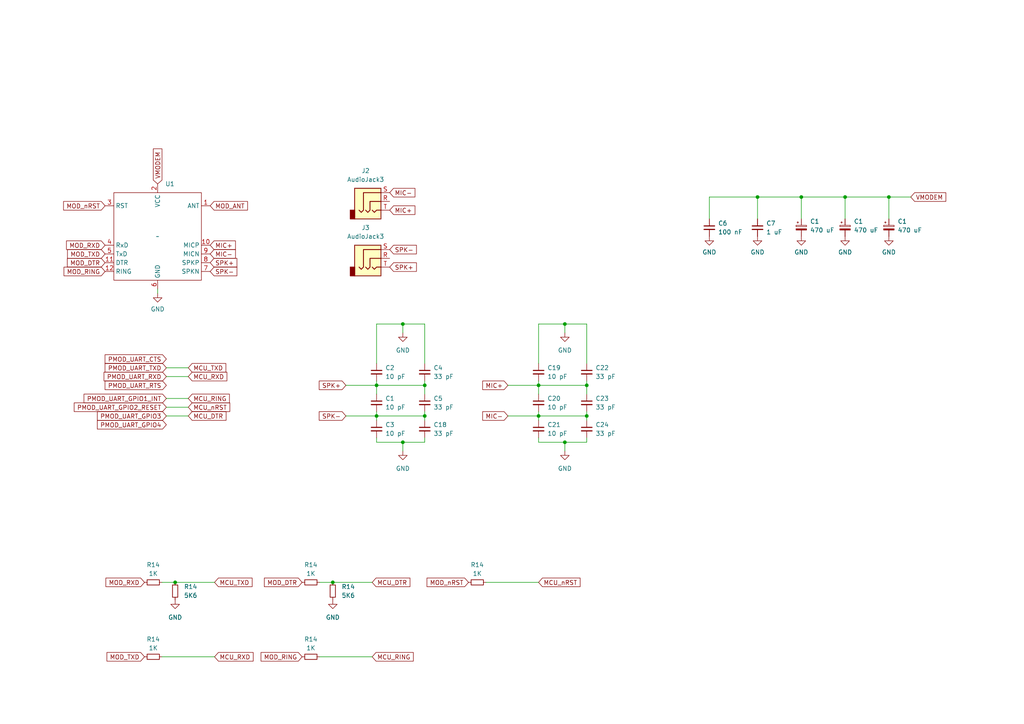
<source format=kicad_sch>
(kicad_sch (version 20230121) (generator eeschema)
  (paper "A4")
  (lib_symbols
    (symbol "AvS_Modules:SIM800L_Breakout"
      (property "Reference" "U" (at 0 0 0))
      (symbol "SIM800L_Breakout_0_1"
        (rectangle (start -12.7 12.7) (end 12.7 -12.7))
      )
      (symbol "SIM800L_Breakout_1_1"
        (pin input line (at 15.24 8.89 180) (length 2.54) (name "ANT") (number "1"))
        (pin input line (at 15.24 -2.54 180) (length 2.54) (name "MICP") (number "10"))
        (pin input line (at -15.24 -7.62 0) (length 2.54) (name "DTR") (number "11"))
        (pin output line (at -15.24 -10.16 0) (length 2.54) (name "RING") (number "12"))
        (pin power_in line (at 0 15.24 270) (length 2.54) (name "VCC") (number "2"))
        (pin input line (at -15.24 8.89 0) (length 2.54) (name "RST") (number "3"))
        (pin input line (at -15.24 -2.54 0) (length 2.54) (name "RxD") (number "4"))
        (pin output line (at -15.24 -5.08 0) (length 2.54) (name "TxD") (number "5"))
        (pin power_in line (at 0 -15.24 90) (length 2.54) (name "GND") (number "6"))
        (pin output line (at 15.24 -10.16 180) (length 2.54) (name "SPKN") (number "7"))
        (pin output line (at 15.24 -7.62 180) (length 2.54) (name "SPKP") (number "8"))
        (pin input line (at 15.24 -5.08 180) (length 2.54) (name "MICN") (number "9"))
      )
    )
    (symbol "Connector_Audio:AudioJack3"
      (property "Reference" "J" (at 0 8.89 0))
      (property "Value" "AudioJack3" (at 0 6.35 0))
      (symbol "AudioJack3_0_1"
        (rectangle (start -5.08 -5.08) (end -6.35 -2.54) (stroke (width 0.254)) (fill (type outline)))
        (polyline (pts (xy 0 -2.54) (xy 0.635 -3.175) (xy 1.27 -2.54) (xy 2.54 -2.54)) (stroke (width 0.254)))
        (polyline (pts (xy -1.905 -2.54) (xy -1.27 -3.175) (xy -0.635 -2.54) (xy -0.635 0) (xy 2.54 0)) (stroke (width 0.254)))
        (polyline (pts (xy 2.54 2.54) (xy -2.54 2.54) (xy -2.54 -2.54) (xy -3.175 -3.175) (xy -3.81 -2.54)) (stroke (width 0.254)))
        (rectangle (start 2.54 3.81) (end -5.08 -5.08) (stroke (width 0.254)) (fill (type background)))
      )
      (symbol "AudioJack3_1_1"
        (pin passive line (at 5.08 0 180) (length 2.54) (name "~") (number "R"))
        (pin passive line (at 5.08 2.54 180) (length 2.54) (name "~") (number "S"))
        (pin passive line (at 5.08 -2.54 180) (length 2.54) (name "~") (number "T"))
      )
    )
    (symbol "Device:C_Polarized_Small" (pin_numbers hide) (pin_names (offset 0.254) hide)
      (property "Reference" "C" (at 0.254 1.778 0))
      (property "Value" "C_Polarized_Small" (at 0.254 -2.032 0))
      (symbol "C_Polarized_Small_0_1"
        (rectangle (start -1.524 -0.3048) (end 1.524 -0.6858) (fill (type outline)))
        (rectangle (start -1.524 0.6858) (end 1.524 0.3048))
        (polyline (pts (xy -1.27 1.524) (xy -0.762 1.524)))
        (polyline (pts (xy -1.016 1.27) (xy -1.016 1.778)))
      )
      (symbol "C_Polarized_Small_1_1"
        (pin passive line (at 0 2.54 270) (length 1.8542) (name "~") (number "1"))
        (pin passive line (at 0 -2.54 90) (length 1.8542) (name "~") (number "2"))
      )
    )
    (symbol "Device:C_Small" (pin_numbers hide) (pin_names (offset 0.254) hide)
      (property "Reference" "C" (at 0.254 1.778 0))
      (property "Value" "C_Small" (at 0.254 -2.032 0))
      (symbol "C_Small_0_1"
        (polyline (pts (xy -1.524 -0.508) (xy 1.524 -0.508)) (stroke (width 0.3302)))
        (polyline (pts (xy -1.524 0.508) (xy 1.524 0.508)) (stroke (width 0.3048)))
      )
      (symbol "C_Small_1_1"
        (pin passive line (at 0 2.54 270) (length 2.032) (name "~") (number "1"))
        (pin passive line (at 0 -2.54 90) (length 2.032) (name "~") (number "2"))
      )
    )
    (symbol "Device:R_Small" (pin_numbers hide) (pin_names (offset 0.254) hide)
      (property "Reference" "R" (at 0.762 0.508 0))
      (property "Value" "R_Small" (at 0.762 -1.016 0))
      (symbol "R_Small_0_1"
        (rectangle (start -0.762 1.778) (end 0.762 -1.778) (stroke (width 0.2032)))
      )
      (symbol "R_Small_1_1"
        (pin passive line (at 0 2.54 270) (length 0.762) (name "~") (number "1"))
        (pin passive line (at 0 -2.54 90) (length 0.762) (name "~") (number "2"))
      )
    )
    (symbol "power:GND" (power) (pin_names (offset 0))
      (property "Value" "GND" (at 0 -3.81 0))
      (symbol "GND_0_1"
        (polyline (pts (xy 0 0) (xy 0 -1.27) (xy 1.27 -1.27) (xy 0 -2.54) (xy -1.27 -1.27) (xy 0 -1.27)))
      )
      (symbol "GND_1_1"
        (pin power_in line (at 0 0 270) (length 0) hide (name "GND") (number "1"))
      )
    )
  )
  (junction (at 245.11 57.15))
  (junction (at 163.83 128.27))
  (junction (at 219.71 57.15))
  (junction (at 50.8 168.91))
  (junction (at 109.22 120.65))
  (junction (at 116.84 128.27))
  (junction (at 156.21 111.76))
  (junction (at 96.52 168.91))
  (junction (at 257.81 57.15))
  (junction (at 109.22 111.76))
  (junction (at 170.18 120.65))
  (junction (at 123.19 120.65))
  (junction (at 156.21 120.65))
  (junction (at 170.18 111.76))
  (junction (at 163.83 93.98))
  (junction (at 232.41 57.15))
  (junction (at 116.84 93.98))
  (junction (at 123.19 111.76))
  (wire (pts (xy 109.22 110.49) (xy 109.22 111.76)))
  (wire (pts (xy 170.18 111.76) (xy 170.18 114.3)))
  (wire (pts (xy 156.21 119.38) (xy 156.21 120.65)))
  (wire (pts (xy 156.21 110.49) (xy 156.21 111.76)))
  (wire (pts (xy 109.22 128.27) (xy 116.84 128.27)))
  (wire (pts (xy 245.11 57.15) (xy 245.11 63.5)))
  (wire (pts (xy 46.99 190.5) (xy 62.23 190.5)))
  (wire (pts (xy 50.8 168.91) (xy 62.23 168.91)))
  (wire (pts (xy 170.18 110.49) (xy 170.18 111.76)))
  (wire (pts (xy 123.19 93.98) (xy 116.84 93.98)))
  (wire (pts (xy 257.81 57.15) (xy 257.81 63.5)))
  (wire (pts (xy 123.19 111.76) (xy 123.19 114.3)))
  (wire (pts (xy 156.21 120.65) (xy 170.18 120.65)))
  (wire (pts (xy 245.11 57.15) (xy 257.81 57.15)))
  (wire (pts (xy 156.21 111.76) (xy 156.21 114.3)))
  (wire (pts (xy 170.18 105.41) (xy 170.18 93.98)))
  (wire (pts (xy 205.74 57.15) (xy 205.74 63.5)))
  (wire (pts (xy 163.83 93.98) (xy 156.21 93.98)))
  (wire (pts (xy 232.41 57.15) (xy 232.41 63.5)))
  (wire (pts (xy 92.71 190.5) (xy 107.95 190.5)))
  (wire (pts (xy 109.22 93.98) (xy 109.22 105.41)))
  (wire (pts (xy 170.18 128.27) (xy 170.18 127)))
  (wire (pts (xy 48.26 120.65) (xy 54.61 120.65)))
  (wire (pts (xy 48.26 115.57) (xy 54.61 115.57)))
  (wire (pts (xy 156.21 111.76) (xy 170.18 111.76)))
  (wire (pts (xy 123.19 119.38) (xy 123.19 120.65)))
  (wire (pts (xy 123.19 105.41) (xy 123.19 93.98)))
  (wire (pts (xy 123.19 128.27) (xy 123.19 127)))
  (wire (pts (xy 163.83 128.27) (xy 170.18 128.27)))
  (wire (pts (xy 48.26 109.22) (xy 54.61 109.22)))
  (wire (pts (xy 109.22 111.76) (xy 109.22 114.3)))
  (wire (pts (xy 170.18 120.65) (xy 170.18 121.92)))
  (wire (pts (xy 116.84 128.27) (xy 116.84 130.81)))
  (wire (pts (xy 147.32 120.65) (xy 156.21 120.65)))
  (wire (pts (xy 46.99 168.91) (xy 50.8 168.91)))
  (wire (pts (xy 123.19 120.65) (xy 123.19 121.92)))
  (wire (pts (xy 205.74 57.15) (xy 219.71 57.15)))
  (wire (pts (xy 109.22 120.65) (xy 109.22 121.92)))
  (wire (pts (xy 140.97 168.91) (xy 156.21 168.91)))
  (wire (pts (xy 116.84 93.98) (xy 116.84 96.52)))
  (wire (pts (xy 100.33 120.65) (xy 109.22 120.65)))
  (wire (pts (xy 170.18 93.98) (xy 163.83 93.98)))
  (wire (pts (xy 156.21 127) (xy 156.21 128.27)))
  (wire (pts (xy 109.22 127) (xy 109.22 128.27)))
  (wire (pts (xy 116.84 93.98) (xy 109.22 93.98)))
  (wire (pts (xy 219.71 57.15) (xy 219.71 63.5)))
  (wire (pts (xy 109.22 120.65) (xy 123.19 120.65)))
  (wire (pts (xy 109.22 111.76) (xy 123.19 111.76)))
  (wire (pts (xy 257.81 57.15) (xy 264.16 57.15)))
  (wire (pts (xy 156.21 128.27) (xy 163.83 128.27)))
  (wire (pts (xy 109.22 119.38) (xy 109.22 120.65)))
  (wire (pts (xy 96.52 168.91) (xy 107.95 168.91)))
  (wire (pts (xy 48.26 118.11) (xy 54.61 118.11)))
  (wire (pts (xy 163.83 93.98) (xy 163.83 96.52)))
  (wire (pts (xy 163.83 128.27) (xy 163.83 130.81)))
  (wire (pts (xy 156.21 93.98) (xy 156.21 105.41)))
  (wire (pts (xy 232.41 57.15) (xy 245.11 57.15)))
  (wire (pts (xy 170.18 119.38) (xy 170.18 120.65)))
  (wire (pts (xy 48.26 106.68) (xy 54.61 106.68)))
  (wire (pts (xy 147.32 111.76) (xy 156.21 111.76)))
  (wire (pts (xy 45.72 83.82) (xy 45.72 85.09)))
  (wire (pts (xy 100.33 111.76) (xy 109.22 111.76)))
  (wire (pts (xy 123.19 110.49) (xy 123.19 111.76)))
  (wire (pts (xy 116.84 128.27) (xy 123.19 128.27)))
  (wire (pts (xy 92.71 168.91) (xy 96.52 168.91)))
  (wire (pts (xy 156.21 120.65) (xy 156.21 121.92)))
  (wire (pts (xy 219.71 57.15) (xy 232.41 57.15)))
  (global_label "PMOD_UART_GPIO2_RESET" (shape input) (at 48.26 118.11 180) (property "Intersheetrefs" "${INTERSHEET_REFS}" (effects hide)) (property "Intersheet-verwijzingen" "${INTERSHEET_REFS}" (effects hide)))
  (global_label "SPK+" (shape input) (at 100.33 111.76 180) (property "Intersheetrefs" "${INTERSHEET_REFS}" (effects hide)))
  (global_label "MIC+" (shape input) (at 113.03 60.96 0) (property "Intersheetrefs" "${INTERSHEET_REFS}" (effects hide)))
  (global_label "MIC-" (shape input) (at 147.32 120.65 180) (property "Intersheetrefs" "${INTERSHEET_REFS}" (effects hide)))
  (global_label "PMOD_UART_CTS" (shape input) (at 48.26 104.14 180) (property "Intersheetrefs" "${INTERSHEET_REFS}" (effects hide)) (property "Intersheet-verwijzingen" "${INTERSHEET_REFS}" (effects hide)))
  (global_label "MCU_RXD" (shape input) (at 54.61 109.22 0) (property "Intersheetrefs" "${INTERSHEET_REFS}" (effects hide)))
  (global_label "MIC+" (shape input) (at 147.32 111.76 180) (property "Intersheetrefs" "${INTERSHEET_REFS}" (effects hide)))
  (global_label "MOD_DTR" (shape input) (at 87.63 168.91 180) (property "Intersheetrefs" "${INTERSHEET_REFS}" (effects hide)))
  (global_label "MOD_TXD" (shape input) (at 30.48 73.66 180) (property "Intersheetrefs" "${INTERSHEET_REFS}" (effects hide)))
  (global_label "MIC-" (shape input) (at 60.96 73.66 0) (property "Intersheetrefs" "${INTERSHEET_REFS}" (effects hide)))
  (global_label "MCU_nRST" (shape input) (at 156.21 168.91 0) (property "Intersheetrefs" "${INTERSHEET_REFS}" (effects hide)))
  (global_label "SPK-" (shape input) (at 100.33 120.65 180) (property "Intersheetrefs" "${INTERSHEET_REFS}" (effects hide)))
  (global_label "MOD_TXD" (shape input) (at 41.91 190.5 180) (property "Intersheetrefs" "${INTERSHEET_REFS}" (effects hide)))
  (global_label "MOD_RING" (shape input) (at 30.48 78.74 180) (property "Intersheetrefs" "${INTERSHEET_REFS}" (effects hide)))
  (global_label "SPK+" (shape input) (at 60.96 76.2 0) (property "Intersheetrefs" "${INTERSHEET_REFS}" (effects hide)))
  (global_label "VMODEM" (shape input) (at 264.16 57.15 0) (property "Intersheetrefs" "${INTERSHEET_REFS}" (effects hide)))
  (global_label "MOD_nRST" (shape input) (at 30.48 59.69 180) (property "Intersheetrefs" "${INTERSHEET_REFS}" (effects hide)))
  (global_label "PMOD_UART_RXD" (shape input) (at 48.26 109.22 180) (property "Intersheetrefs" "${INTERSHEET_REFS}" (effects hide)) (property "Intersheet-verwijzingen" "${INTERSHEET_REFS}" (effects hide)))
  (global_label "SPK+" (shape input) (at 113.03 77.47 0) (property "Intersheetrefs" "${INTERSHEET_REFS}" (effects hide)))
  (global_label "MCU_TXD" (shape input) (at 62.23 168.91 0) (property "Intersheetrefs" "${INTERSHEET_REFS}" (effects hide)))
  (global_label "MCU_RXD" (shape input) (at 62.23 190.5 0) (property "Intersheetrefs" "${INTERSHEET_REFS}" (effects hide)))
  (global_label "PMOD_UART_GPIO1_INT" (shape input) (at 48.26 115.57 180) (property "Intersheetrefs" "${INTERSHEET_REFS}" (effects hide)) (property "Intersheet-verwijzingen" "${INTERSHEET_REFS}" (effects hide)))
  (global_label "MIC-" (shape input) (at 113.03 55.88 0) (property "Intersheetrefs" "${INTERSHEET_REFS}" (effects hide)))
  (global_label "VMODEM" (shape input) (at 45.72 53.34 90) (property "Intersheetrefs" "${INTERSHEET_REFS}" (effects hide)))
  (global_label "MCU_DTR" (shape input) (at 54.61 120.65 0) (property "Intersheetrefs" "${INTERSHEET_REFS}" (effects hide)))
  (global_label "MCU_RING" (shape input) (at 54.61 115.57 0) (property "Intersheetrefs" "${INTERSHEET_REFS}" (effects hide)))
  (global_label "MOD_DTR" (shape input) (at 30.48 76.2 180) (property "Intersheetrefs" "${INTERSHEET_REFS}" (effects hide)))
  (global_label "MOD_RING" (shape input) (at 87.63 190.5 180) (property "Intersheetrefs" "${INTERSHEET_REFS}" (effects hide)))
  (global_label "MCU_RING" (shape input) (at 107.95 190.5 0) (property "Intersheetrefs" "${INTERSHEET_REFS}" (effects hide)))
  (global_label "PMOD_UART_TXD" (shape input) (at 48.26 106.68 180) (property "Intersheetrefs" "${INTERSHEET_REFS}" (effects hide)) (property "Intersheet-verwijzingen" "${INTERSHEET_REFS}" (effects hide)))
  (global_label "MCU_TXD" (shape input) (at 54.61 106.68 0) (property "Intersheetrefs" "${INTERSHEET_REFS}" (effects hide)))
  (global_label "MOD_RXD" (shape input) (at 30.48 71.12 180) (property "Intersheetrefs" "${INTERSHEET_REFS}" (effects hide)))
  (global_label "PMOD_UART_RTS" (shape input) (at 48.26 111.76 180) (property "Intersheetrefs" "${INTERSHEET_REFS}" (effects hide)) (property "Intersheet-verwijzingen" "${INTERSHEET_REFS}" (effects hide)))
  (global_label "MOD_ANT" (shape input) (at 60.96 59.69 0) (property "Intersheetrefs" "${INTERSHEET_REFS}" (effects hide)))
  (global_label "MCU_DTR" (shape input) (at 107.95 168.91 0) (property "Intersheetrefs" "${INTERSHEET_REFS}" (effects hide)))
  (global_label "SPK-" (shape input) (at 113.03 72.39 0) (property "Intersheetrefs" "${INTERSHEET_REFS}" (effects hide)))
  (global_label "MOD_nRST" (shape input) (at 135.89 168.91 180) (property "Intersheetrefs" "${INTERSHEET_REFS}" (effects hide)))
  (global_label "PMOD_UART_GPIO4" (shape input) (at 48.26 123.19 180) (property "Intersheetrefs" "${INTERSHEET_REFS}" (effects hide)) (property "Intersheet-verwijzingen" "${INTERSHEET_REFS}" (effects hide)))
  (global_label "PMOD_UART_GPIO3" (shape input) (at 48.26 120.65 180) (property "Intersheetrefs" "${INTERSHEET_REFS}" (effects hide)) (property "Intersheet-verwijzingen" "${INTERSHEET_REFS}" (effects hide)))
  (global_label "MCU_nRST" (shape input) (at 54.61 118.11 0) (property "Intersheetrefs" "${INTERSHEET_REFS}" (effects hide)))
  (global_label "MIC+" (shape input) (at 60.96 71.12 0) (property "Intersheetrefs" "${INTERSHEET_REFS}" (effects hide)))
  (global_label "SPK-" (shape input) (at 60.96 78.74 0) (property "Intersheetrefs" "${INTERSHEET_REFS}" (effects hide)))
  (global_label "MOD_RXD" (shape input) (at 41.91 168.91 180) (property "Intersheetrefs" "${INTERSHEET_REFS}" (effects hide)))
  (symbol (lib_id "Device:R_Small") (at 96.52 171.45 180) (unit 1)
    (property "Reference" "R14" (at 99.06 170.18 0) (effects (justify right)))
    (property "Value" "5K6" (at 99.06 172.72 0) (effects (justify right)))
    (property "Footprint" "Resistor_SMD:R_0805_2012Metric" (effects hide))
    (instances (project "sim800x_break" (path "" (reference "R14") (unit 1)) (path "" (reference "R7") (unit 1))))
  )
  (symbol (lib_id "power:GND") (at 245.11 68.58 0) (unit 1)
    (property "Reference" "#PWR09" (effects hide))
    (property "Value" "GND" (at 245.11 73.152 0))
    (instances (project "sim800x_break" (path "" (reference "#PWR09") (unit 1)) (path "" (reference "#PWR018") (unit 1))))
  )
  (symbol (lib_id "Device:C_Small") (at 109.22 116.84 0) (unit 1)
    (property "Reference" "C1" (at 111.76 115.5763 0) (effects (justify left)))
    (property "Value" "10 pF" (at 111.76 118.1163 0) (effects (justify left)))
    (property "Footprint" "Capacitor_SMD:C_0805_2012Metric" (effects hide))
  )
  (symbol (lib_id "Device:C_Small") (at 109.22 124.46 0) (unit 1)
    (property "Reference" "C3" (at 111.76 123.1963 0) (effects (justify left)))
    (property "Value" "10 pF" (at 111.76 125.7363 0) (effects (justify left)))
    (property "Footprint" "Capacitor_SMD:C_0805_2012Metric" (effects hide))
  )
  (symbol (lib_id "Device:C_Polarized_Small") (at 245.11 66.04 0) (unit 1)
    (property "Reference" "C1" (at 247.65 64.2239 0) (effects (justify left)))
    (property "Value" "470 uF" (at 247.65 66.7639 0) (effects (justify left)))
    (property "Footprint" "Capacitor_Tantalum_SMD:CP_EIA-7343-43_Kemet-X" (effects hide))
    (instances (project "sim800x_break" (path "" (reference "C1") (unit 1)) (path "" (reference "C8") (unit 1))))
  )
  (symbol (lib_id "Device:R_Small") (at 90.17 190.5 90) (unit 1)
    (property "Reference" "R14" (at 90.17 185.42 90))
    (property "Value" "1K" (at 90.17 187.96 90))
    (property "Footprint" "Resistor_SMD:R_0805_2012Metric" (effects hide))
    (instances (project "sim800x_break" (path "" (reference "R14") (unit 1)) (path "" (reference "R4") (unit 1))))
  )
  (symbol (lib_id "Device:C_Small") (at 123.19 107.95 0) (unit 1)
    (property "Reference" "C4" (at 125.73 106.6863 0) (effects (justify left)))
    (property "Value" "33 pF" (at 125.73 109.2263 0) (effects (justify left)))
    (property "Footprint" "Capacitor_SMD:C_0805_2012Metric" (effects hide))
  )
  (symbol (lib_id "power:GND") (at 232.41 68.58 0) (unit 1)
    (property "Reference" "#PWR09" (effects hide))
    (property "Value" "GND" (at 232.41 73.152 0))
    (instances (project "sim800x_break" (path "" (reference "#PWR09") (unit 1)) (path "" (reference "#PWR025") (unit 1))))
  )
  (symbol (lib_id "Device:C_Small") (at 170.18 107.95 0) (unit 1)
    (property "Reference" "C22" (at 172.72 106.6863 0) (effects (justify left)))
    (property "Value" "33 pF" (at 172.72 109.2263 0) (effects (justify left)))
    (property "Footprint" "Capacitor_SMD:C_0805_2012Metric" (effects hide))
  )
  (symbol (lib_id "power:GND") (at 116.84 130.81 0) (unit 1)
    (property "Reference" "#PWR02" (effects hide))
    (property "Value" "GND" (at 116.84 135.89 0))
  )
  (symbol (lib_id "Device:C_Small") (at 156.21 107.95 0) (unit 1)
    (property "Reference" "C19" (at 158.75 106.6863 0) (effects (justify left)))
    (property "Value" "10 pF" (at 158.75 109.2263 0) (effects (justify left)))
    (property "Footprint" "Capacitor_SMD:C_0805_2012Metric" (effects hide))
  )
  (symbol (lib_id "power:GND") (at 50.8 173.99 0) (unit 1)
    (property "Reference" "#PWR03" (effects hide))
    (property "Value" "GND" (at 50.8 179.07 0))
  )
  (symbol (lib_id "Device:R_Small") (at 44.45 168.91 90) (unit 1)
    (property "Reference" "R14" (at 44.45 163.83 90))
    (property "Value" "1K" (at 44.45 166.37 90))
    (property "Footprint" "Resistor_SMD:R_0805_2012Metric" (effects hide))
    (instances (project "sim800x_break" (path "" (reference "R14") (unit 1)) (path "" (reference "R1") (unit 1))))
  )
  (symbol (lib_id "power:GND") (at 257.81 68.58 0) (unit 1)
    (property "Reference" "#PWR09" (effects hide))
    (property "Value" "GND" (at 257.81 73.152 0))
    (instances (project "sim800x_break" (path "" (reference "#PWR09") (unit 1)) (path "" (reference "#PWR020") (unit 1))))
  )
  (symbol (lib_id "Device:C_Small") (at 109.22 107.95 0) (unit 1)
    (property "Reference" "C2" (at 111.76 106.6863 0) (effects (justify left)))
    (property "Value" "10 pF" (at 111.76 109.2263 0) (effects (justify left)))
    (property "Footprint" "Capacitor_SMD:C_0805_2012Metric" (effects hide))
  )
  (symbol (lib_id "power:GND") (at 45.72 85.09 0) (unit 1)
    (property "Reference" "#PWR05" (effects hide))
    (property "Value" "GND" (at 45.72 89.662 0))
    (instances (project "sim800x_break" (path "" (reference "#PWR05") (unit 1)) (path "" (reference "#PWR01") (unit 1))))
  )
  (symbol (lib_id "power:GND") (at 163.83 96.52 0) (unit 1)
    (property "Reference" "#PWR06" (effects hide))
    (property "Value" "GND" (at 163.83 101.6 0))
  )
  (symbol (lib_id "power:GND") (at 163.83 130.81 0) (unit 1)
    (property "Reference" "#PWR07" (effects hide))
    (property "Value" "GND" (at 163.83 135.89 0))
  )
  (symbol (lib_id "Device:C_Small") (at 170.18 124.46 0) (unit 1)
    (property "Reference" "C24" (at 172.72 123.1963 0) (effects (justify left)))
    (property "Value" "33 pF" (at 172.72 125.7363 0) (effects (justify left)))
    (property "Footprint" "Capacitor_SMD:C_0805_2012Metric" (effects hide))
  )
  (symbol (lib_id "Device:R_Small") (at 44.45 190.5 90) (unit 1)
    (property "Reference" "R14" (at 44.45 185.42 90))
    (property "Value" "1K" (at 44.45 187.96 90))
    (property "Footprint" "Resistor_SMD:R_0805_2012Metric" (effects hide))
    (instances (project "sim800x_break" (path "" (reference "R14") (unit 1)) (path "" (reference "R2") (unit 1))))
  )
  (symbol (lib_id "power:GND") (at 96.52 173.99 0) (unit 1)
    (property "Reference" "#PWR05" (effects hide))
    (property "Value" "GND" (at 96.52 179.07 0))
  )
  (symbol (lib_id "Device:C_Small") (at 205.74 66.04 0) (unit 1)
    (property "Reference" "C6" (at 208.28 64.7763 0) (effects (justify left)))
    (property "Value" "100 nF" (at 208.28 67.3163 0) (effects (justify left)))
    (property "Footprint" "Capacitor_SMD:C_0805_2012Metric" (effects hide))
  )
  (symbol (lib_id "Connector_Audio:AudioJack3") (at 107.95 58.42 0) (unit 1)
    (property "Reference" "J2" (at 106.045 49.53 0))
    (property "Value" "AudioJack3" (at 106.045 52.07 0))
    (property "Footprint" "AvS_Connector:Jack_3.5mm_Stereo" (effects hide))
  )
  (symbol (lib_id "Device:R_Small") (at 138.43 168.91 90) (unit 1)
    (property "Reference" "R14" (at 138.43 163.83 90))
    (property "Value" "1K" (at 138.43 166.37 90))
    (property "Footprint" "Resistor_SMD:R_0805_2012Metric" (effects hide))
    (instances (project "sim800x_break" (path "" (reference "R14") (unit 1)) (path "" (reference "R5") (unit 1))))
  )
  (symbol (lib_id "power:GND") (at 205.74 68.58 0) (unit 1)
    (property "Reference" "#PWR09" (effects hide))
    (property "Value" "GND" (at 205.74 73.152 0))
    (instances (project "sim800x_break" (path "" (reference "#PWR09") (unit 1)) (path "" (reference "#PWR015") (unit 1))))
  )
  (symbol (lib_id "AvS_Modules:SIM800L_Breakout") (at 45.72 68.58 0) (unit 1)
    (property "Reference" "U1" (at 47.9141 53.34 0) (effects (justify left)))
    (property "Value" "~" (at 45.72 68.58 0))
    (property "Footprint" "AvS_Modules:SIM800L_Breakout" (effects hide))
  )
  (symbol (lib_id "Device:C_Small") (at 123.19 124.46 0) (unit 1)
    (property "Reference" "C18" (at 125.73 123.1963 0) (effects (justify left)))
    (property "Value" "33 pF" (at 125.73 125.7363 0) (effects (justify left)))
    (property "Footprint" "Capacitor_SMD:C_0805_2012Metric" (effects hide))
  )
  (symbol (lib_id "Connector_Audio:AudioJack3") (at 107.95 74.93 0) (unit 1)
    (property "Reference" "J3" (at 106.045 66.04 0))
    (property "Value" "AudioJack3" (at 106.045 68.58 0))
    (property "Footprint" "AvS_Connector:Jack_3.5mm_Stereo" (effects hide))
  )
  (symbol (lib_id "Device:C_Small") (at 156.21 124.46 0) (unit 1)
    (property "Reference" "C21" (at 158.75 123.1963 0) (effects (justify left)))
    (property "Value" "10 pF" (at 158.75 125.7363 0) (effects (justify left)))
    (property "Footprint" "Capacitor_SMD:C_0805_2012Metric" (effects hide))
  )
  (symbol (lib_id "Device:C_Small") (at 170.18 116.84 0) (unit 1)
    (property "Reference" "C23" (at 172.72 115.5763 0) (effects (justify left)))
    (property "Value" "33 pF" (at 172.72 118.1163 0) (effects (justify left)))
    (property "Footprint" "Capacitor_SMD:C_0805_2012Metric" (effects hide))
  )
  (symbol (lib_id "Device:C_Polarized_Small") (at 232.41 66.04 0) (unit 1)
    (property "Reference" "C1" (at 234.95 64.2239 0) (effects (justify left)))
    (property "Value" "470 uF" (at 234.95 66.7639 0) (effects (justify left)))
    (property "Footprint" "Capacitor_Tantalum_SMD:CP_EIA-7343-43_Kemet-X" (effects hide))
    (instances (project "sim800x_break" (path "" (reference "C1") (unit 1)) (path "" (reference "C15") (unit 1))))
  )
  (symbol (lib_id "power:GND") (at 116.84 96.52 0) (unit 1)
    (property "Reference" "#PWR04" (effects hide))
    (property "Value" "GND" (at 116.84 101.6 0))
  )
  (symbol (lib_id "power:GND") (at 219.71 68.58 0) (unit 1)
    (property "Reference" "#PWR09" (effects hide))
    (property "Value" "GND" (at 219.71 73.152 0))
    (instances (project "sim800x_break" (path "" (reference "#PWR09") (unit 1)) (path "" (reference "#PWR017") (unit 1))))
  )
  (symbol (lib_id "Device:C_Small") (at 156.21 116.84 0) (unit 1)
    (property "Reference" "C20" (at 158.75 115.5763 0) (effects (justify left)))
    (property "Value" "10 pF" (at 158.75 118.1163 0) (effects (justify left)))
    (property "Footprint" "Capacitor_SMD:C_0805_2012Metric" (effects hide))
  )
  (symbol (lib_id "Device:C_Small") (at 219.71 66.04 0) (unit 1)
    (property "Reference" "C7" (at 222.25 64.7763 0) (effects (justify left)))
    (property "Value" "1 uF" (at 222.25 67.3163 0) (effects (justify left)))
    (property "Footprint" "Capacitor_SMD:C_0805_2012Metric" (effects hide))
  )
  (symbol (lib_id "Device:C_Small") (at 123.19 116.84 0) (unit 1)
    (property "Reference" "C5" (at 125.73 115.5763 0) (effects (justify left)))
    (property "Value" "33 pF" (at 125.73 118.1163 0) (effects (justify left)))
    (property "Footprint" "Capacitor_SMD:C_0805_2012Metric" (effects hide))
  )
  (symbol (lib_id "Device:R_Small") (at 50.8 171.45 180) (unit 1)
    (property "Reference" "R14" (at 53.34 170.18 0) (effects (justify right)))
    (property "Value" "5K6" (at 53.34 172.72 0) (effects (justify right)))
    (property "Footprint" "Resistor_SMD:R_0805_2012Metric" (effects hide))
    (instances (project "sim800x_break" (path "" (reference "R14") (unit 1)) (path "" (reference "R6") (unit 1))))
  )
  (symbol (lib_id "Device:R_Small") (at 90.17 168.91 90) (unit 1)
    (property "Reference" "R14" (at 90.17 163.83 90))
    (property "Value" "1K" (at 90.17 166.37 90))
    (property "Footprint" "Resistor_SMD:R_0805_2012Metric" (effects hide))
    (instances (project "sim800x_break" (path "" (reference "R14") (unit 1)) (path "" (reference "R3") (unit 1))))
  )
  (symbol (lib_id "Device:C_Polarized_Small") (at 257.81 66.04 0) (unit 1)
    (property "Reference" "C1" (at 260.35 64.2239 0) (effects (justify left)))
    (property "Value" "470 uF" (at 260.35 66.7639 0) (effects (justify left)))
    (property "Footprint" "Capacitor_Tantalum_SMD:CP_EIA-7343-43_Kemet-X" (effects hide))
    (instances (project "sim800x_break" (path "" (reference "C1") (unit 1)) (path "" (reference "C14") (unit 1))))
  )
)
</source>
